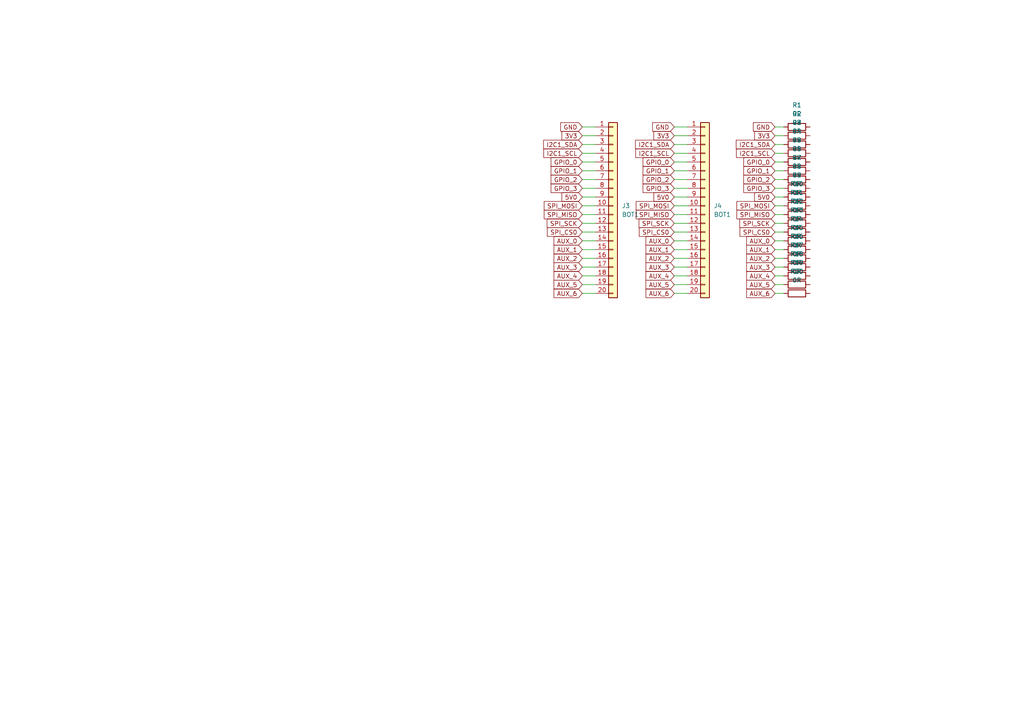
<source format=kicad_sch>
(kicad_sch (version 20250114) (generator "eeschema") (generator_version "9.0")
  (paper "A4")
  (lib_symbols
    (symbol "Connector_Generic:Conn_01x20" (pin_names (offset 1.016) (hide yes))
      (property "Reference" "J" (at 0 25.4 0))
      (property "Value" "Conn_01x20" (at 0 -27.94 0))
      (symbol "Conn_01x20_1_1"
        (rectangle (start -1.27 24.13) (end 1.27 -26.67) (stroke (width 0.254)) (fill (type background)))
        (rectangle (start -1.27 22.987) (end 0 22.733) (stroke (width 0.1524)))
        (rectangle (start -1.27 20.447) (end 0 20.193) (stroke (width 0.1524)))
        (rectangle (start -1.27 17.907) (end 0 17.653) (stroke (width 0.1524)))
        (rectangle (start -1.27 15.367) (end 0 15.113) (stroke (width 0.1524)))
        (rectangle (start -1.27 12.827) (end 0 12.573) (stroke (width 0.1524)))
        (rectangle (start -1.27 10.287) (end 0 10.033) (stroke (width 0.1524)))
        (rectangle (start -1.27 7.747) (end 0 7.493) (stroke (width 0.1524)))
        (rectangle (start -1.27 5.207) (end 0 4.953) (stroke (width 0.1524)))
        (rectangle (start -1.27 2.667) (end 0 2.413) (stroke (width 0.1524)))
        (rectangle (start -1.27 0.127) (end 0 -0.127) (stroke (width 0.1524)))
        (rectangle (start -1.27 -2.413) (end 0 -2.667) (stroke (width 0.1524)))
        (rectangle (start -1.27 -4.953) (end 0 -5.207) (stroke (width 0.1524)))
        (rectangle (start -1.27 -7.493) (end 0 -7.747) (stroke (width 0.1524)))
        (rectangle (start -1.27 -10.033) (end 0 -10.287) (stroke (width 0.1524)))
        (rectangle (start -1.27 -12.573) (end 0 -12.827) (stroke (width 0.1524)))
        (rectangle (start -1.27 -15.113) (end 0 -15.367) (stroke (width 0.1524)))
        (rectangle (start -1.27 -17.653) (end 0 -17.907) (stroke (width 0.1524)))
        (rectangle (start -1.27 -20.193) (end 0 -20.447) (stroke (width 0.1524)))
        (rectangle (start -1.27 -22.733) (end 0 -22.987) (stroke (width 0.1524)))
        (rectangle (start -1.27 -25.273) (end 0 -25.527) (stroke (width 0.1524)))
        (pin passive line (at -5.08 22.86 0) (length 3.81) (name "Pin_1") (number "1"))
        (pin passive line (at -5.08 20.32 0) (length 3.81) (name "Pin_2") (number "2"))
        (pin passive line (at -5.08 17.78 0) (length 3.81) (name "Pin_3") (number "3"))
        (pin passive line (at -5.08 15.24 0) (length 3.81) (name "Pin_4") (number "4"))
        (pin passive line (at -5.08 12.7 0) (length 3.81) (name "Pin_5") (number "5"))
        (pin passive line (at -5.08 10.16 0) (length 3.81) (name "Pin_6") (number "6"))
        (pin passive line (at -5.08 7.62 0) (length 3.81) (name "Pin_7") (number "7"))
        (pin passive line (at -5.08 5.08 0) (length 3.81) (name "Pin_8") (number "8"))
        (pin passive line (at -5.08 2.54 0) (length 3.81) (name "Pin_9") (number "9"))
        (pin passive line (at -5.08 0 0) (length 3.81) (name "Pin_10") (number "10"))
        (pin passive line (at -5.08 -2.54 0) (length 3.81) (name "Pin_11") (number "11"))
        (pin passive line (at -5.08 -5.08 0) (length 3.81) (name "Pin_12") (number "12"))
        (pin passive line (at -5.08 -7.62 0) (length 3.81) (name "Pin_13") (number "13"))
        (pin passive line (at -5.08 -10.16 0) (length 3.81) (name "Pin_14") (number "14"))
        (pin passive line (at -5.08 -12.7 0) (length 3.81) (name "Pin_15") (number "15"))
        (pin passive line (at -5.08 -15.24 0) (length 3.81) (name "Pin_16") (number "16"))
        (pin passive line (at -5.08 -17.78 0) (length 3.81) (name "Pin_17") (number "17"))
        (pin passive line (at -5.08 -20.32 0) (length 3.81) (name "Pin_18") (number "18"))
        (pin passive line (at -5.08 -22.86 0) (length 3.81) (name "Pin_19") (number "19"))
        (pin passive line (at -5.08 -25.4 0) (length 3.81) (name "Pin_20") (number "20"))
      )
    )
    (symbol "Device:R" (pin_numbers (hide yes)) (pin_names (offset 0))
      (property "Reference" "R" (at 2.032 0 90))
      (property "Value" "R" (at 0 0 90))
      (symbol "R_0_1"
        (rectangle (start -1.016 -2.54) (end 1.016 2.54) (stroke (width 0.254)))
      )
      (symbol "R_1_1"
        (pin passive line (at 0 3.81 270) (length 1.27) (name "~") (number "1"))
        (pin passive line (at 0 -3.81 90) (length 1.27) (name "~") (number "2"))
      )
    )
  )
  (wire (pts (xy 195.58 39.37) (xy 199.39 39.37)))
  (wire (pts (xy 224.79 62.23) (xy 227.33 62.23)))
  (wire (pts (xy 195.58 52.07) (xy 199.39 52.07)))
  (wire (pts (xy 168.91 77.47) (xy 172.72 77.47)))
  (wire (pts (xy 195.58 64.77) (xy 199.39 64.77)))
  (wire (pts (xy 195.58 80.01) (xy 199.39 80.01)))
  (wire (pts (xy 168.91 62.23) (xy 172.72 62.23)))
  (wire (pts (xy 195.58 67.31) (xy 199.39 67.31)))
  (wire (pts (xy 224.79 59.69) (xy 227.33 59.69)))
  (wire (pts (xy 168.91 54.61) (xy 172.72 54.61)))
  (wire (pts (xy 195.58 85.09) (xy 199.39 85.09)))
  (wire (pts (xy 195.58 46.99) (xy 199.39 46.99)))
  (wire (pts (xy 195.58 77.47) (xy 199.39 77.47)))
  (wire (pts (xy 195.58 36.83) (xy 199.39 36.83)))
  (wire (pts (xy 195.58 74.93) (xy 199.39 74.93)))
  (wire (pts (xy 224.79 64.77) (xy 227.33 64.77)))
  (wire (pts (xy 168.91 44.45) (xy 172.72 44.45)))
  (wire (pts (xy 224.79 72.39) (xy 227.33 72.39)))
  (wire (pts (xy 168.91 49.53) (xy 172.72 49.53)))
  (wire (pts (xy 224.79 82.55) (xy 227.33 82.55)))
  (wire (pts (xy 224.79 74.93) (xy 227.33 74.93)))
  (wire (pts (xy 168.91 57.15) (xy 172.72 57.15)))
  (wire (pts (xy 224.79 67.31) (xy 227.33 67.31)))
  (wire (pts (xy 224.79 54.61) (xy 227.33 54.61)))
  (wire (pts (xy 224.79 36.83) (xy 227.33 36.83)))
  (wire (pts (xy 224.79 57.15) (xy 227.33 57.15)))
  (wire (pts (xy 168.91 39.37) (xy 172.72 39.37)))
  (wire (pts (xy 195.58 54.61) (xy 199.39 54.61)))
  (wire (pts (xy 195.58 62.23) (xy 199.39 62.23)))
  (wire (pts (xy 168.91 59.69) (xy 172.72 59.69)))
  (wire (pts (xy 168.91 52.07) (xy 172.72 52.07)))
  (wire (pts (xy 224.79 46.99) (xy 227.33 46.99)))
  (wire (pts (xy 195.58 82.55) (xy 199.39 82.55)))
  (wire (pts (xy 224.79 39.37) (xy 227.33 39.37)))
  (wire (pts (xy 195.58 41.91) (xy 199.39 41.91)))
  (wire (pts (xy 195.58 59.69) (xy 199.39 59.69)))
  (wire (pts (xy 224.79 41.91) (xy 227.33 41.91)))
  (wire (pts (xy 168.91 46.99) (xy 172.72 46.99)))
  (wire (pts (xy 195.58 57.15) (xy 199.39 57.15)))
  (wire (pts (xy 224.79 69.85) (xy 227.33 69.85)))
  (wire (pts (xy 168.91 67.31) (xy 172.72 67.31)))
  (wire (pts (xy 224.79 85.09) (xy 227.33 85.09)))
  (wire (pts (xy 168.91 82.55) (xy 172.72 82.55)))
  (wire (pts (xy 195.58 69.85) (xy 199.39 69.85)))
  (wire (pts (xy 224.79 49.53) (xy 227.33 49.53)))
  (wire (pts (xy 168.91 69.85) (xy 172.72 69.85)))
  (wire (pts (xy 224.79 77.47) (xy 227.33 77.47)))
  (wire (pts (xy 168.91 36.83) (xy 172.72 36.83)))
  (wire (pts (xy 224.79 80.01) (xy 227.33 80.01)))
  (wire (pts (xy 195.58 49.53) (xy 199.39 49.53)))
  (wire (pts (xy 168.91 85.09) (xy 172.72 85.09)))
  (wire (pts (xy 195.58 72.39) (xy 199.39 72.39)))
  (wire (pts (xy 168.91 41.91) (xy 172.72 41.91)))
  (wire (pts (xy 168.91 72.39) (xy 172.72 72.39)))
  (wire (pts (xy 224.79 52.07) (xy 227.33 52.07)))
  (wire (pts (xy 168.91 80.01) (xy 172.72 80.01)))
  (wire (pts (xy 195.58 44.45) (xy 199.39 44.45)))
  (wire (pts (xy 168.91 74.93) (xy 172.72 74.93)))
  (wire (pts (xy 168.91 64.77) (xy 172.72 64.77)))
  (wire (pts (xy 224.79 44.45) (xy 227.33 44.45)))
  (global_label "GPIO_0" (shape input) (at 224.79 46.99 180) (property "Intersheetrefs" "${INTERSHEET_REFS}" (effects (hide yes))))
  (global_label "SPI_SCK" (shape input) (at 224.79 64.77 180) (property "Intersheetrefs" "${INTERSHEET_REFS}" (effects (hide yes))))
  (global_label "AUX_2" (shape input) (at 195.58 74.93 180) (property "Intersheetrefs" "${INTERSHEET_REFS}" (effects (hide yes))))
  (global_label "GPIO_2" (shape input) (at 168.91 52.07 180) (property "Intersheetrefs" "${INTERSHEET_REFS}" (effects (hide yes))))
  (global_label "GND" (shape input) (at 195.58 36.83 180) (property "Intersheetrefs" "${INTERSHEET_REFS}" (effects (hide yes))))
  (global_label "SPI_CS0" (shape input) (at 224.79 67.31 180) (property "Intersheetrefs" "${INTERSHEET_REFS}" (effects (hide yes))))
  (global_label "I2C1_SDA" (shape input) (at 168.91 41.91 180) (property "Intersheetrefs" "${INTERSHEET_REFS}" (effects (hide yes))))
  (global_label "AUX_6" (shape input) (at 195.58 85.09 180) (property "Intersheetrefs" "${INTERSHEET_REFS}" (effects (hide yes))))
  (global_label "AUX_4" (shape input) (at 168.91 80.01 180) (property "Intersheetrefs" "${INTERSHEET_REFS}" (effects (hide yes))))
  (global_label "SPI_MISO" (shape input) (at 168.91 62.23 180) (property "Intersheetrefs" "${INTERSHEET_REFS}" (effects (hide yes))))
  (global_label "3V3" (shape input) (at 224.79 39.37 180) (property "Intersheetrefs" "${INTERSHEET_REFS}" (effects (hide yes))))
  (global_label "SPI_CS0" (shape input) (at 195.58 67.31 180) (property "Intersheetrefs" "${INTERSHEET_REFS}" (effects (hide yes))))
  (global_label "SPI_MOSI" (shape input) (at 224.79 59.69 180) (property "Intersheetrefs" "${INTERSHEET_REFS}" (effects (hide yes))))
  (global_label "GPIO_1" (shape input) (at 168.91 49.53 180) (property "Intersheetrefs" "${INTERSHEET_REFS}" (effects (hide yes))))
  (global_label "AUX_3" (shape input) (at 195.58 77.47 180) (property "Intersheetrefs" "${INTERSHEET_REFS}" (effects (hide yes))))
  (global_label "AUX_3" (shape input) (at 168.91 77.47 180) (property "Intersheetrefs" "${INTERSHEET_REFS}" (effects (hide yes))))
  (global_label "SPI_MOSI" (shape input) (at 195.58 59.69 180) (property "Intersheetrefs" "${INTERSHEET_REFS}" (effects (hide yes))))
  (global_label "GPIO_2" (shape input) (at 224.79 52.07 180) (property "Intersheetrefs" "${INTERSHEET_REFS}" (effects (hide yes))))
  (global_label "SPI_SCK" (shape input) (at 195.58 64.77 180) (property "Intersheetrefs" "${INTERSHEET_REFS}" (effects (hide yes))))
  (global_label "AUX_0" (shape input) (at 195.58 69.85 180) (property "Intersheetrefs" "${INTERSHEET_REFS}" (effects (hide yes))))
  (global_label "GPIO_3" (shape input) (at 168.91 54.61 180) (property "Intersheetrefs" "${INTERSHEET_REFS}" (effects (hide yes))))
  (global_label "SPI_MISO" (shape input) (at 195.58 62.23 180) (property "Intersheetrefs" "${INTERSHEET_REFS}" (effects (hide yes))))
  (global_label "GPIO_3" (shape input) (at 224.79 54.61 180) (property "Intersheetrefs" "${INTERSHEET_REFS}" (effects (hide yes))))
  (global_label "AUX_3" (shape input) (at 224.79 77.47 180) (property "Intersheetrefs" "${INTERSHEET_REFS}" (effects (hide yes))))
  (global_label "AUX_4" (shape input) (at 195.58 80.01 180) (property "Intersheetrefs" "${INTERSHEET_REFS}" (effects (hide yes))))
  (global_label "GPIO_1" (shape input) (at 195.58 49.53 180) (property "Intersheetrefs" "${INTERSHEET_REFS}" (effects (hide yes))))
  (global_label "5V0" (shape input) (at 195.58 57.15 180) (property "Intersheetrefs" "${INTERSHEET_REFS}" (effects (hide yes))))
  (global_label "GPIO_2" (shape input) (at 195.58 52.07 180) (property "Intersheetrefs" "${INTERSHEET_REFS}" (effects (hide yes))))
  (global_label "I2C1_SDA" (shape input) (at 195.58 41.91 180) (property "Intersheetrefs" "${INTERSHEET_REFS}" (effects (hide yes))))
  (global_label "SPI_CS0" (shape input) (at 168.91 67.31 180) (property "Intersheetrefs" "${INTERSHEET_REFS}" (effects (hide yes))))
  (global_label "AUX_1" (shape input) (at 168.91 72.39 180) (property "Intersheetrefs" "${INTERSHEET_REFS}" (effects (hide yes))))
  (global_label "5V0" (shape input) (at 224.79 57.15 180) (property "Intersheetrefs" "${INTERSHEET_REFS}" (effects (hide yes))))
  (global_label "GND" (shape input) (at 168.91 36.83 180) (property "Intersheetrefs" "${INTERSHEET_REFS}" (effects (hide yes))))
  (global_label "I2C1_SCL" (shape input) (at 195.58 44.45 180) (property "Intersheetrefs" "${INTERSHEET_REFS}" (effects (hide yes))))
  (global_label "AUX_1" (shape input) (at 224.79 72.39 180) (property "Intersheetrefs" "${INTERSHEET_REFS}" (effects (hide yes))))
  (global_label "AUX_2" (shape input) (at 168.91 74.93 180) (property "Intersheetrefs" "${INTERSHEET_REFS}" (effects (hide yes))))
  (global_label "SPI_SCK" (shape input) (at 168.91 64.77 180) (property "Intersheetrefs" "${INTERSHEET_REFS}" (effects (hide yes))))
  (global_label "AUX_6" (shape input) (at 168.91 85.09 180) (property "Intersheetrefs" "${INTERSHEET_REFS}" (effects (hide yes))))
  (global_label "AUX_0" (shape input) (at 224.79 69.85 180) (property "Intersheetrefs" "${INTERSHEET_REFS}" (effects (hide yes))))
  (global_label "SPI_MISO" (shape input) (at 224.79 62.23 180) (property "Intersheetrefs" "${INTERSHEET_REFS}" (effects (hide yes))))
  (global_label "AUX_2" (shape input) (at 224.79 74.93 180) (property "Intersheetrefs" "${INTERSHEET_REFS}" (effects (hide yes))))
  (global_label "GPIO_0" (shape input) (at 195.58 46.99 180) (property "Intersheetrefs" "${INTERSHEET_REFS}" (effects (hide yes))))
  (global_label "AUX_5" (shape input) (at 195.58 82.55 180) (property "Intersheetrefs" "${INTERSHEET_REFS}" (effects (hide yes))))
  (global_label "I2C1_SCL" (shape input) (at 168.91 44.45 180) (property "Intersheetrefs" "${INTERSHEET_REFS}" (effects (hide yes))))
  (global_label "GPIO_1" (shape input) (at 224.79 49.53 180) (property "Intersheetrefs" "${INTERSHEET_REFS}" (effects (hide yes))))
  (global_label "SPI_MOSI" (shape input) (at 168.91 59.69 180) (property "Intersheetrefs" "${INTERSHEET_REFS}" (effects (hide yes))))
  (global_label "AUX_0" (shape input) (at 168.91 69.85 180) (property "Intersheetrefs" "${INTERSHEET_REFS}" (effects (hide yes))))
  (global_label "AUX_5" (shape input) (at 168.91 82.55 180) (property "Intersheetrefs" "${INTERSHEET_REFS}" (effects (hide yes))))
  (global_label "AUX_1" (shape input) (at 195.58 72.39 180) (property "Intersheetrefs" "${INTERSHEET_REFS}" (effects (hide yes))))
  (global_label "GPIO_3" (shape input) (at 195.58 54.61 180) (property "Intersheetrefs" "${INTERSHEET_REFS}" (effects (hide yes))))
  (global_label "GND" (shape input) (at 224.79 36.83 180) (property "Intersheetrefs" "${INTERSHEET_REFS}" (effects (hide yes))))
  (global_label "GPIO_0" (shape input) (at 168.91 46.99 180) (property "Intersheetrefs" "${INTERSHEET_REFS}" (effects (hide yes))))
  (global_label "5V0" (shape input) (at 168.91 57.15 180) (property "Intersheetrefs" "${INTERSHEET_REFS}" (effects (hide yes))))
  (global_label "AUX_6" (shape input) (at 224.79 85.09 180) (property "Intersheetrefs" "${INTERSHEET_REFS}" (effects (hide yes))))
  (global_label "3V3" (shape input) (at 168.91 39.37 180) (property "Intersheetrefs" "${INTERSHEET_REFS}" (effects (hide yes))))
  (global_label "AUX_5" (shape input) (at 224.79 82.55 180) (property "Intersheetrefs" "${INTERSHEET_REFS}" (effects (hide yes))))
  (global_label "3V3" (shape input) (at 195.58 39.37 180) (property "Intersheetrefs" "${INTERSHEET_REFS}" (effects (hide yes))))
  (global_label "AUX_4" (shape input) (at 224.79 80.01 180) (property "Intersheetrefs" "${INTERSHEET_REFS}" (effects (hide yes))))
  (global_label "I2C1_SCL" (shape input) (at 224.79 44.45 180) (property "Intersheetrefs" "${INTERSHEET_REFS}" (effects (hide yes))))
  (global_label "I2C1_SDA" (shape input) (at 224.79 41.91 180) (property "Intersheetrefs" "${INTERSHEET_REFS}" (effects (hide yes))))
  (symbol (lib_id "Device:R") (at 231.14 41.91 90) (unit 1)
    (property "Reference" "R3" (at 231.14 35.56 90))
    (property "Value" "0R" (at 231.14 38.1 90))
    (property "Footprint" "Resistor_SMD:R_0402_1005Metric" (effects (hide yes)))
    (property "Description" "Resistor" (effects (hide yes)))
  )
  (symbol (lib_id "Device:R") (at 231.14 49.53 90) (unit 1)
    (property "Reference" "R6" (at 231.14 43.18 90))
    (property "Value" "0R" (at 231.14 45.72 90))
    (property "Footprint" "Resistor_SMD:R_0402_1005Metric" (effects (hide yes)))
    (property "Description" "Resistor" (effects (hide yes)))
  )
  (symbol (lib_id "Device:R") (at 231.14 69.85 90) (unit 1)
    (property "Reference" "R14" (at 231.14 63.5 90))
    (property "Value" "0R" (at 231.14 66.04 90))
    (property "Footprint" "Resistor_SMD:R_0402_1005Metric" (effects (hide yes)))
    (property "Description" "Resistor" (effects (hide yes)))
  )
  (symbol (lib_id "Device:R") (at 231.14 52.07 90) (unit 1)
    (property "Reference" "R7" (at 231.14 45.72 90))
    (property "Value" "0R" (at 231.14 48.26 90))
    (property "Footprint" "Resistor_SMD:R_0402_1005Metric" (effects (hide yes)))
    (property "Description" "Resistor" (effects (hide yes)))
  )
  (symbol (lib_id "Device:R") (at 231.14 82.55 90) (unit 1)
    (property "Reference" "R19" (at 231.14 76.2 90))
    (property "Value" "0R" (at 231.14 78.74 90))
    (property "Footprint" "Resistor_SMD:R_0402_1005Metric" (effects (hide yes)))
    (property "Description" "Resistor" (effects (hide yes)))
  )
  (symbol (lib_id "Device:R") (at 231.14 72.39 90) (unit 1)
    (property "Reference" "R15" (at 231.14 66.04 90))
    (property "Value" "0R" (at 231.14 68.58 90))
    (property "Footprint" "Resistor_SMD:R_0402_1005Metric" (effects (hide yes)))
    (property "Description" "Resistor" (effects (hide yes)))
  )
  (symbol (lib_id "Device:R") (at 231.14 57.15 90) (unit 1)
    (property "Reference" "R9" (at 231.14 50.8 90))
    (property "Value" "0R" (at 231.14 53.34 90))
    (property "Footprint" "Resistor_SMD:R_0402_1005Metric" (effects (hide yes)))
    (property "Description" "Resistor" (effects (hide yes)))
  )
  (symbol (lib_id "Device:R") (at 231.14 39.37 90) (unit 1)
    (property "Reference" "R2" (at 231.14 33.02 90))
    (property "Value" "0R" (at 231.14 35.56 90))
    (property "Footprint" "Resistor_SMD:R_0402_1005Metric" (effects (hide yes)))
    (property "Description" "Resistor" (effects (hide yes)))
  )
  (symbol (lib_id "Device:R") (at 231.14 44.45 90) (unit 1)
    (property "Reference" "R4" (at 231.14 38.1 90))
    (property "Value" "0R" (at 231.14 40.64 90))
    (property "Footprint" "Resistor_SMD:R_0402_1005Metric" (effects (hide yes)))
    (property "Description" "Resistor" (effects (hide yes)))
  )
  (symbol (lib_id "Connector_Generic:Conn_01x20") (at 204.47 59.69 0) (unit 1)
    (property "Reference" "J4" (at 207.01 59.6899 0) (effects (justify left)))
    (property "Value" "BOT1" (at 207.01 62.2299 0) (effects (justify left)))
    (property "Footprint" "Library:ForgeLabs_Interconnect_WIIIIDE" (effects (hide yes)))
    (property "Description" "Generic connector, single row, 01x20, script generated (kicad-library-utils/schlib/autogen/connector/)" (effects (hide yes)))
  )
  (symbol (lib_id "Device:R") (at 231.14 80.01 90) (unit 1)
    (property "Reference" "R18" (at 231.14 73.66 90))
    (property "Value" "0R" (at 231.14 76.2 90))
    (property "Footprint" "Resistor_SMD:R_0402_1005Metric" (effects (hide yes)))
    (property "Description" "Resistor" (effects (hide yes)))
  )
  (symbol (lib_id "Device:R") (at 231.14 85.09 90) (unit 1)
    (property "Reference" "R20" (at 231.14 78.74 90))
    (property "Value" "0R" (at 231.14 81.28 90))
    (property "Footprint" "Resistor_SMD:R_0402_1005Metric" (effects (hide yes)))
    (property "Description" "Resistor" (effects (hide yes)))
  )
  (symbol (lib_id "Device:R") (at 231.14 59.69 90) (unit 1)
    (property "Reference" "R10" (at 231.14 53.34 90))
    (property "Value" "0R" (at 231.14 55.88 90))
    (property "Footprint" "Resistor_SMD:R_0402_1005Metric" (effects (hide yes)))
    (property "Description" "Resistor" (effects (hide yes)))
  )
  (symbol (lib_id "Device:R") (at 231.14 62.23 90) (unit 1)
    (property "Reference" "R11" (at 231.14 55.88 90))
    (property "Value" "0R" (at 231.14 58.42 90))
    (property "Footprint" "Resistor_SMD:R_0402_1005Metric" (effects (hide yes)))
    (property "Description" "Resistor" (effects (hide yes)))
  )
  (symbol (lib_id "Device:R") (at 231.14 74.93 90) (unit 1)
    (property "Reference" "R16" (at 231.14 68.58 90))
    (property "Value" "0R" (at 231.14 71.12 90))
    (property "Footprint" "Resistor_SMD:R_0402_1005Metric" (effects (hide yes)))
    (property "Description" "Resistor" (effects (hide yes)))
  )
  (symbol (lib_id "Device:R") (at 231.14 54.61 90) (unit 1)
    (property "Reference" "R8" (at 231.14 48.26 90))
    (property "Value" "0R" (at 231.14 50.8 90))
    (property "Footprint" "Resistor_SMD:R_0402_1005Metric" (effects (hide yes)))
    (property "Description" "Resistor" (effects (hide yes)))
  )
  (symbol (lib_id "Device:R") (at 231.14 36.83 90) (unit 1)
    (property "Reference" "R1" (at 231.14 30.48 90))
    (property "Value" "0R" (at 231.14 33.02 90))
    (property "Footprint" "Resistor_SMD:R_0402_1005Metric" (effects (hide yes)))
    (property "Description" "Resistor" (effects (hide yes)))
  )
  (symbol (lib_id "Device:R") (at 231.14 67.31 90) (unit 1)
    (property "Reference" "R13" (at 231.14 60.96 90))
    (property "Value" "0R" (at 231.14 63.5 90))
    (property "Footprint" "Resistor_SMD:R_0402_1005Metric" (effects (hide yes)))
    (property "Description" "Resistor" (effects (hide yes)))
  )
  (symbol (lib_id "Device:R") (at 231.14 46.99 90) (unit 1)
    (property "Reference" "R5" (at 231.14 40.64 90))
    (property "Value" "0R" (at 231.14 43.18 90))
    (property "Footprint" "Resistor_SMD:R_0402_1005Metric" (effects (hide yes)))
    (property "Description" "Resistor" (effects (hide yes)))
  )
  (symbol (lib_id "Device:R") (at 231.14 77.47 90) (unit 1)
    (property "Reference" "R17" (at 231.14 71.12 90))
    (property "Value" "0R" (at 231.14 73.66 90))
    (property "Footprint" "Resistor_SMD:R_0402_1005Metric" (effects (hide yes)))
    (property "Description" "Resistor" (effects (hide yes)))
  )
  (symbol (lib_id "Device:R") (at 231.14 64.77 90) (unit 1)
    (property "Reference" "R12" (at 231.14 58.42 90))
    (property "Value" "0R" (at 231.14 60.96 90))
    (property "Footprint" "Resistor_SMD:R_0402_1005Metric" (effects (hide yes)))
    (property "Description" "Resistor" (effects (hide yes)))
  )
  (symbol (lib_id "Connector_Generic:Conn_01x20") (at 177.8 59.69 0) (unit 1)
    (property "Reference" "J3" (at 180.34 59.6899 0) (effects (justify left)))
    (property "Value" "BOT1" (at 180.34 62.2299 0) (effects (justify left)))
    (property "Footprint" "Library:ForgeLabs_Interconnect_WIIIIDE" (effects (hide yes)))
    (property "Description" "Generic connector, single row, 01x20, script generated (kicad-library-utils/schlib/autogen/connector/)" (effects (hide yes)))
  )
)
</source>
